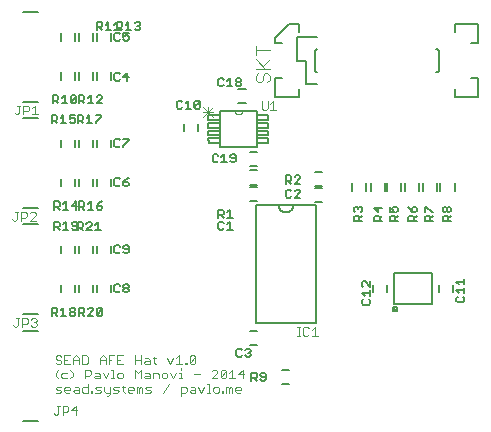
<source format=gto>
G75*
%MOIN*%
%OFA0B0*%
%FSLAX24Y24*%
%IPPOS*%
%LPD*%
%AMOC8*
5,1,8,0,0,1.08239X$1,22.5*
%
%ADD10C,0.0030*%
%ADD11C,0.0080*%
%ADD12C,0.0060*%
%ADD13C,0.0050*%
%ADD14C,0.0000*%
%ADD15C,0.0020*%
%ADD16C,0.0040*%
D10*
X002764Y000630D02*
X002813Y000582D01*
X002861Y000582D01*
X002910Y000630D01*
X002910Y000872D01*
X002958Y000872D02*
X002861Y000872D01*
X003059Y000872D02*
X003204Y000872D01*
X003253Y000824D01*
X003253Y000727D01*
X003204Y000678D01*
X003059Y000678D01*
X003059Y000582D02*
X003059Y000872D01*
X003354Y000727D02*
X003547Y000727D01*
X003499Y000582D02*
X003499Y000872D01*
X003354Y000727D01*
X003261Y001311D02*
X003164Y001311D01*
X003116Y001359D01*
X003116Y001456D01*
X003164Y001504D01*
X003261Y001504D01*
X003309Y001456D01*
X003309Y001407D01*
X003116Y001407D01*
X003015Y001359D02*
X002966Y001407D01*
X002869Y001407D01*
X002821Y001456D01*
X002869Y001504D01*
X003015Y001504D01*
X003015Y001359D02*
X002966Y001311D01*
X002821Y001311D01*
X002918Y001791D02*
X002821Y001887D01*
X002821Y001984D01*
X002918Y002081D01*
X003017Y001936D02*
X003017Y001839D01*
X003066Y001791D01*
X003211Y001791D01*
X003312Y001791D02*
X003409Y001887D01*
X003409Y001984D01*
X003312Y002081D01*
X003211Y001984D02*
X003066Y001984D01*
X003017Y001936D01*
X002966Y002271D02*
X002869Y002271D01*
X002821Y002319D01*
X002869Y002416D02*
X002966Y002416D01*
X003015Y002367D01*
X003015Y002319D01*
X002966Y002271D01*
X003116Y002271D02*
X003309Y002271D01*
X003410Y002271D02*
X003410Y002464D01*
X003507Y002561D01*
X003604Y002464D01*
X003604Y002271D01*
X003705Y002271D02*
X003705Y002561D01*
X003850Y002561D01*
X003898Y002513D01*
X003898Y002319D01*
X003850Y002271D01*
X003705Y002271D01*
X003604Y002416D02*
X003410Y002416D01*
X003309Y002561D02*
X003116Y002561D01*
X003116Y002271D01*
X003116Y002416D02*
X003212Y002416D01*
X003015Y002513D02*
X002966Y002561D01*
X002869Y002561D01*
X002821Y002513D01*
X002821Y002464D01*
X002869Y002416D01*
X003803Y002081D02*
X003803Y001791D01*
X003803Y001887D02*
X003948Y001887D01*
X003997Y001936D01*
X003997Y002033D01*
X003948Y002081D01*
X003803Y002081D01*
X004146Y001984D02*
X004243Y001984D01*
X004291Y001936D01*
X004291Y001791D01*
X004146Y001791D01*
X004098Y001839D01*
X004146Y001887D01*
X004291Y001887D01*
X004393Y001984D02*
X004489Y001791D01*
X004586Y001984D01*
X004687Y002081D02*
X004736Y002081D01*
X004736Y001791D01*
X004784Y001791D02*
X004687Y001791D01*
X004884Y001839D02*
X004932Y001791D01*
X005029Y001791D01*
X005077Y001839D01*
X005077Y001936D01*
X005029Y001984D01*
X004932Y001984D01*
X004884Y001936D01*
X004884Y001839D01*
X005079Y001553D02*
X005079Y001359D01*
X005128Y001311D01*
X005227Y001359D02*
X005227Y001456D01*
X005276Y001504D01*
X005372Y001504D01*
X005421Y001456D01*
X005421Y001407D01*
X005227Y001407D01*
X005227Y001359D02*
X005276Y001311D01*
X005372Y001311D01*
X005522Y001311D02*
X005522Y001504D01*
X005570Y001504D01*
X005619Y001456D01*
X005667Y001504D01*
X005716Y001456D01*
X005716Y001311D01*
X005619Y001311D02*
X005619Y001456D01*
X005817Y001456D02*
X005865Y001504D01*
X006010Y001504D01*
X005962Y001407D02*
X005865Y001407D01*
X005817Y001456D01*
X005817Y001311D02*
X005962Y001311D01*
X006010Y001359D01*
X005962Y001407D01*
X005961Y001791D02*
X005816Y001791D01*
X005768Y001839D01*
X005816Y001887D01*
X005961Y001887D01*
X005961Y001936D02*
X005961Y001791D01*
X006062Y001791D02*
X006062Y001984D01*
X006207Y001984D01*
X006256Y001936D01*
X006256Y001791D01*
X006357Y001839D02*
X006405Y001791D01*
X006502Y001791D01*
X006550Y001839D01*
X006550Y001936D01*
X006502Y001984D01*
X006405Y001984D01*
X006357Y001936D01*
X006357Y001839D01*
X006652Y001984D02*
X006748Y001791D01*
X006845Y001984D01*
X006946Y001984D02*
X006995Y001984D01*
X006995Y001791D01*
X007043Y001791D02*
X006946Y001791D01*
X006995Y001504D02*
X007140Y001504D01*
X007189Y001456D01*
X007189Y001359D01*
X007140Y001311D01*
X006995Y001311D01*
X006995Y001214D02*
X006995Y001504D01*
X007290Y001359D02*
X007338Y001311D01*
X007483Y001311D01*
X007483Y001456D01*
X007435Y001504D01*
X007338Y001504D01*
X007338Y001407D02*
X007483Y001407D01*
X007585Y001504D02*
X007681Y001311D01*
X007778Y001504D01*
X007879Y001601D02*
X007928Y001601D01*
X007928Y001311D01*
X007976Y001311D02*
X007879Y001311D01*
X008076Y001359D02*
X008124Y001311D01*
X008221Y001311D01*
X008269Y001359D01*
X008269Y001456D01*
X008221Y001504D01*
X008124Y001504D01*
X008076Y001456D01*
X008076Y001359D01*
X008370Y001359D02*
X008370Y001311D01*
X008419Y001311D01*
X008419Y001359D01*
X008370Y001359D01*
X008518Y001311D02*
X008518Y001504D01*
X008566Y001504D01*
X008614Y001456D01*
X008663Y001504D01*
X008711Y001456D01*
X008711Y001311D01*
X008614Y001311D02*
X008614Y001456D01*
X008812Y001456D02*
X008861Y001504D01*
X008957Y001504D01*
X009006Y001456D01*
X009006Y001407D01*
X008812Y001407D01*
X008812Y001359D02*
X008812Y001456D01*
X008812Y001359D02*
X008861Y001311D01*
X008957Y001311D01*
X009056Y001791D02*
X009056Y002081D01*
X008911Y001936D01*
X009104Y001936D01*
X008809Y001791D02*
X008616Y001791D01*
X008713Y001791D02*
X008713Y002081D01*
X008616Y001984D01*
X008515Y002033D02*
X008321Y001839D01*
X008370Y001791D01*
X008466Y001791D01*
X008515Y001839D01*
X008515Y002033D01*
X008466Y002081D01*
X008370Y002081D01*
X008321Y002033D01*
X008321Y001839D01*
X008220Y001791D02*
X008027Y001791D01*
X008220Y001984D01*
X008220Y002033D01*
X008172Y002081D01*
X008075Y002081D01*
X008027Y002033D01*
X007631Y001936D02*
X007437Y001936D01*
X007435Y002271D02*
X007338Y002271D01*
X007290Y002319D01*
X007483Y002513D01*
X007483Y002319D01*
X007435Y002271D01*
X007290Y002319D02*
X007290Y002513D01*
X007338Y002561D01*
X007435Y002561D01*
X007483Y002513D01*
X007191Y002319D02*
X007191Y002271D01*
X007143Y002271D01*
X007143Y002319D01*
X007191Y002319D01*
X007041Y002271D02*
X006848Y002271D01*
X006945Y002271D02*
X006945Y002561D01*
X006848Y002464D01*
X006747Y002464D02*
X006650Y002271D01*
X006553Y002464D01*
X006159Y002464D02*
X006062Y002464D01*
X006111Y002513D02*
X006111Y002319D01*
X006159Y002271D01*
X005961Y002271D02*
X005961Y002416D01*
X005913Y002464D01*
X005816Y002464D01*
X005816Y002367D02*
X005961Y002367D01*
X005961Y002271D02*
X005816Y002271D01*
X005768Y002319D01*
X005816Y002367D01*
X005666Y002416D02*
X005473Y002416D01*
X005473Y002271D02*
X005473Y002561D01*
X005666Y002561D02*
X005666Y002271D01*
X005666Y002081D02*
X005666Y001791D01*
X005473Y001791D02*
X005473Y002081D01*
X005570Y001984D01*
X005666Y002081D01*
X005816Y001984D02*
X005913Y001984D01*
X005961Y001936D01*
X006599Y001601D02*
X006406Y001311D01*
X007290Y001359D02*
X007338Y001407D01*
X006995Y002081D02*
X006995Y002129D01*
X005077Y002271D02*
X004884Y002271D01*
X004884Y002561D01*
X005077Y002561D01*
X004980Y002416D02*
X004884Y002416D01*
X004782Y002561D02*
X004589Y002561D01*
X004589Y002271D01*
X004488Y002271D02*
X004488Y002464D01*
X004391Y002561D01*
X004294Y002464D01*
X004294Y002271D01*
X004294Y002416D02*
X004488Y002416D01*
X004589Y002416D02*
X004686Y002416D01*
X003898Y001601D02*
X003898Y001311D01*
X003753Y001311D01*
X003705Y001359D01*
X003705Y001456D01*
X003753Y001504D01*
X003898Y001504D01*
X004000Y001359D02*
X004048Y001359D01*
X004048Y001311D01*
X004000Y001311D01*
X004000Y001359D01*
X004147Y001311D02*
X004292Y001311D01*
X004340Y001359D01*
X004292Y001407D01*
X004195Y001407D01*
X004147Y001456D01*
X004195Y001504D01*
X004340Y001504D01*
X004442Y001504D02*
X004442Y001359D01*
X004490Y001311D01*
X004635Y001311D01*
X004635Y001262D02*
X004587Y001214D01*
X004538Y001214D01*
X004635Y001262D02*
X004635Y001504D01*
X004736Y001456D02*
X004785Y001504D01*
X004930Y001504D01*
X005031Y001504D02*
X005128Y001504D01*
X004930Y001359D02*
X004881Y001311D01*
X004736Y001311D01*
X004785Y001407D02*
X004736Y001456D01*
X004785Y001407D02*
X004881Y001407D01*
X004930Y001359D01*
X003604Y001311D02*
X003459Y001311D01*
X003410Y001359D01*
X003459Y001407D01*
X003604Y001407D01*
X003604Y001456D02*
X003604Y001311D01*
X003604Y001456D02*
X003555Y001504D01*
X003459Y001504D01*
X002150Y003511D02*
X002054Y003511D01*
X002005Y003560D01*
X002102Y003656D02*
X002150Y003656D01*
X002199Y003608D01*
X002199Y003560D01*
X002150Y003511D01*
X002150Y003656D02*
X002199Y003705D01*
X002199Y003753D01*
X002150Y003802D01*
X002054Y003802D01*
X002005Y003753D01*
X001904Y003753D02*
X001904Y003656D01*
X001856Y003608D01*
X001710Y003608D01*
X001710Y003511D02*
X001710Y003802D01*
X001856Y003802D01*
X001904Y003753D01*
X001609Y003802D02*
X001513Y003802D01*
X001561Y003802D02*
X001561Y003560D01*
X001513Y003511D01*
X001464Y003511D01*
X001416Y003560D01*
X001425Y007055D02*
X001473Y007055D01*
X001522Y007103D01*
X001522Y007345D01*
X001570Y007345D02*
X001473Y007345D01*
X001376Y007103D02*
X001425Y007055D01*
X001671Y007055D02*
X001671Y007345D01*
X001816Y007345D01*
X001865Y007296D01*
X001865Y007200D01*
X001816Y007151D01*
X001671Y007151D01*
X001966Y007055D02*
X002159Y007248D01*
X002159Y007296D01*
X002111Y007345D01*
X002014Y007345D01*
X001966Y007296D01*
X001966Y007055D02*
X002159Y007055D01*
X002141Y010598D02*
X002141Y010888D01*
X002045Y010791D01*
X001943Y010743D02*
X001895Y010695D01*
X001750Y010695D01*
X001750Y010598D02*
X001750Y010888D01*
X001895Y010888D01*
X001943Y010840D01*
X001943Y010743D01*
X002045Y010598D02*
X002238Y010598D01*
X001600Y010646D02*
X001600Y010888D01*
X001552Y010888D02*
X001649Y010888D01*
X001600Y010646D02*
X001552Y010598D01*
X001504Y010598D01*
X001455Y010646D01*
X007745Y010671D02*
X008059Y010671D01*
X007745Y010671D01*
X007745Y010515D02*
X008059Y010828D01*
X007745Y010515D01*
X007902Y010515D02*
X007902Y010828D01*
X007902Y010515D01*
X008059Y010515D02*
X007745Y010828D01*
X008059Y010515D01*
X010872Y003511D02*
X010969Y003511D01*
X010921Y003511D02*
X010921Y003221D01*
X010969Y003221D02*
X010872Y003221D01*
X011069Y003269D02*
X011117Y003221D01*
X011214Y003221D01*
X011262Y003269D01*
X011363Y003221D02*
X011557Y003221D01*
X011460Y003221D02*
X011460Y003511D01*
X011363Y003414D01*
X011262Y003462D02*
X011214Y003511D01*
X011117Y003511D01*
X011069Y003462D01*
X011069Y003269D01*
D11*
X002241Y000389D02*
X001741Y000389D01*
X001741Y003389D02*
X002241Y003389D01*
X002241Y003932D02*
X001741Y003932D01*
X001741Y006932D02*
X002241Y006932D01*
X002241Y007475D02*
X001741Y007475D01*
X001741Y010475D02*
X002241Y010475D01*
X002241Y011019D02*
X001741Y011019D01*
X001741Y014019D02*
X002241Y014019D01*
X010136Y013123D02*
X010136Y012975D01*
X010372Y012975D01*
X010136Y013123D02*
X010618Y013605D01*
X010923Y013605D01*
X010923Y013330D01*
X010864Y013172D02*
X010864Y012385D01*
X011159Y012385D01*
X011159Y011597D01*
X011553Y011597D01*
X010923Y011440D02*
X010923Y011164D01*
X010136Y011164D01*
X010136Y011794D01*
X010372Y011794D01*
X011455Y012089D02*
X011455Y012680D01*
X011456Y012697D01*
X011461Y012714D01*
X011468Y012729D01*
X011478Y012743D01*
X011490Y012755D01*
X011504Y012765D01*
X011519Y012772D01*
X011536Y012777D01*
X011553Y012778D01*
X011553Y013172D02*
X010864Y013172D01*
X011455Y012089D02*
X011456Y012072D01*
X011461Y012055D01*
X011468Y012040D01*
X011478Y012026D01*
X011490Y012014D01*
X011504Y012004D01*
X011519Y011997D01*
X011536Y011992D01*
X011553Y011991D01*
X015500Y011991D02*
X015517Y011992D01*
X015534Y011997D01*
X015549Y012004D01*
X015563Y012014D01*
X015575Y012026D01*
X015585Y012040D01*
X015592Y012055D01*
X015597Y012072D01*
X015598Y012089D01*
X015598Y012680D01*
X015597Y012697D01*
X015592Y012714D01*
X015585Y012729D01*
X015575Y012743D01*
X015563Y012755D01*
X015549Y012765D01*
X015534Y012772D01*
X015517Y012777D01*
X015500Y012778D01*
X016130Y013330D02*
X016130Y013605D01*
X016917Y013605D01*
X016917Y012975D01*
X016681Y012975D01*
X016681Y011794D02*
X016917Y011794D01*
X016917Y011164D01*
X016130Y011164D01*
X016130Y011440D01*
X011506Y007561D02*
X009500Y007561D01*
X009500Y003626D01*
X011506Y003626D01*
X011506Y007561D01*
X010739Y007561D02*
X010737Y007531D01*
X010732Y007502D01*
X010722Y007474D01*
X010710Y007447D01*
X010694Y007422D01*
X010675Y007399D01*
X010653Y007379D01*
X010629Y007362D01*
X010603Y007347D01*
X010576Y007337D01*
X010547Y007329D01*
X010518Y007325D01*
X010488Y007325D01*
X010459Y007329D01*
X010430Y007337D01*
X010403Y007347D01*
X010377Y007362D01*
X010353Y007379D01*
X010331Y007399D01*
X010312Y007422D01*
X010296Y007447D01*
X010284Y007474D01*
X010274Y007502D01*
X010269Y007531D01*
X010267Y007561D01*
D12*
X009550Y007700D02*
X009314Y007700D01*
X009314Y008172D02*
X009550Y008172D01*
X009550Y008251D02*
X009314Y008251D01*
X009314Y008723D02*
X009550Y008723D01*
X009550Y008881D02*
X009314Y008881D01*
X009314Y009353D02*
X009550Y009353D01*
X009530Y009491D02*
X009530Y010711D01*
X009040Y010711D01*
X008800Y010711D01*
X008310Y010711D01*
X008310Y009491D01*
X009530Y009491D01*
X009530Y009641D02*
X009920Y009641D01*
X009920Y009801D01*
X009530Y009801D01*
X009530Y009641D01*
X009530Y009891D02*
X009920Y009891D01*
X009920Y010051D01*
X009530Y010051D01*
X009530Y009891D01*
X009530Y010151D02*
X009920Y010151D01*
X009920Y010311D01*
X009530Y010311D01*
X009530Y010151D01*
X009530Y010401D02*
X009920Y010401D01*
X009920Y010561D01*
X009530Y010561D01*
X009530Y010401D01*
X009156Y010967D02*
X008920Y010967D01*
X008920Y011440D02*
X009156Y011440D01*
X008310Y010561D02*
X007920Y010561D01*
X007920Y010401D01*
X008310Y010401D01*
X008310Y010561D01*
X008310Y010311D02*
X007920Y010311D01*
X007920Y010151D01*
X008310Y010151D01*
X008310Y010311D01*
X008310Y010051D02*
X007920Y010051D01*
X007920Y009891D01*
X008310Y009891D01*
X008310Y010051D01*
X008310Y009801D02*
X007920Y009801D01*
X007930Y009641D01*
X008310Y009641D01*
X008310Y009801D01*
X007582Y010023D02*
X007582Y010259D01*
X007109Y010259D02*
X007109Y010023D01*
X004668Y009747D02*
X004668Y009511D01*
X004196Y009511D02*
X004196Y009747D01*
X004078Y009747D02*
X004078Y009511D01*
X003605Y009511D02*
X003605Y009747D01*
X003487Y009747D02*
X003487Y009511D01*
X003015Y009511D02*
X003015Y009747D01*
X003015Y008448D02*
X003015Y008211D01*
X003487Y008211D02*
X003487Y008448D01*
X003605Y008448D02*
X003605Y008211D01*
X004078Y008211D02*
X004078Y008448D01*
X004196Y008448D02*
X004196Y008211D01*
X004668Y008211D02*
X004668Y008448D01*
X004668Y006204D02*
X004668Y005967D01*
X004196Y005967D02*
X004196Y006204D01*
X004078Y006204D02*
X004078Y005967D01*
X003605Y005967D02*
X003605Y006204D01*
X003487Y006204D02*
X003487Y005967D01*
X003015Y005967D02*
X003015Y006204D01*
X003015Y004904D02*
X003015Y004668D01*
X003487Y004668D02*
X003487Y004904D01*
X003605Y004904D02*
X003605Y004668D01*
X004078Y004668D02*
X004078Y004904D01*
X004196Y004904D02*
X004196Y004668D01*
X004668Y004668D02*
X004668Y004904D01*
X009314Y003369D02*
X009550Y003369D01*
X009550Y002897D02*
X009314Y002897D01*
X010377Y002070D02*
X010613Y002070D01*
X010613Y001597D02*
X010377Y001597D01*
X013405Y004685D02*
X013405Y004921D01*
X013877Y004921D02*
X013877Y004685D01*
X015613Y004662D02*
X015613Y004898D01*
X016085Y004898D02*
X016085Y004662D01*
X016125Y008054D02*
X016125Y008290D01*
X015652Y008290D02*
X015652Y008054D01*
X015534Y008054D02*
X015534Y008290D01*
X015062Y008290D02*
X015062Y008054D01*
X014944Y008054D02*
X014944Y008290D01*
X014471Y008290D02*
X014471Y008054D01*
X014353Y008054D02*
X014353Y008290D01*
X013881Y008290D02*
X013881Y008054D01*
X013802Y008054D02*
X013802Y008290D01*
X013330Y008290D02*
X013330Y008054D01*
X013172Y008054D02*
X013172Y008290D01*
X012700Y008290D02*
X012700Y008054D01*
X011715Y008133D02*
X011479Y008133D01*
X011479Y008211D02*
X011715Y008211D01*
X011715Y008684D02*
X011479Y008684D01*
X011479Y007660D02*
X011715Y007660D01*
X004668Y011755D02*
X004668Y011991D01*
X004196Y011991D02*
X004196Y011755D01*
X004078Y011755D02*
X004078Y011991D01*
X003605Y011991D02*
X003605Y011755D01*
X003487Y011755D02*
X003487Y011991D01*
X003015Y011991D02*
X003015Y011755D01*
X003015Y013054D02*
X003015Y013290D01*
X003487Y013290D02*
X003487Y013054D01*
X003605Y013054D02*
X003605Y013290D01*
X004078Y013290D02*
X004078Y013054D01*
X004196Y013054D02*
X004196Y013290D01*
X004668Y013290D02*
X004668Y013054D01*
D13*
X004787Y013095D02*
X004832Y013050D01*
X004922Y013050D01*
X004967Y013095D01*
X005082Y013095D02*
X005127Y013050D01*
X005217Y013050D01*
X005262Y013095D01*
X005262Y013185D01*
X005217Y013230D01*
X005172Y013230D01*
X005082Y013185D01*
X005082Y013320D01*
X005262Y013320D01*
X005252Y013398D02*
X005252Y013668D01*
X005162Y013578D01*
X005047Y013623D02*
X005047Y013533D01*
X005002Y013488D01*
X004867Y013488D01*
X004876Y013404D02*
X004876Y013674D01*
X004786Y013584D01*
X004867Y013668D02*
X005002Y013668D01*
X005047Y013623D01*
X004957Y013488D02*
X005047Y013398D01*
X004966Y013404D02*
X004786Y013404D01*
X004867Y013398D02*
X004867Y013668D01*
X004581Y013674D02*
X004581Y013404D01*
X004491Y013404D02*
X004671Y013404D01*
X004787Y013275D02*
X004787Y013095D01*
X004787Y013275D02*
X004832Y013320D01*
X004922Y013320D01*
X004967Y013275D01*
X005162Y013398D02*
X005342Y013398D01*
X005457Y013443D02*
X005502Y013398D01*
X005592Y013398D01*
X005637Y013443D01*
X005637Y013488D01*
X005592Y013533D01*
X005547Y013533D01*
X005592Y013533D02*
X005637Y013578D01*
X005637Y013623D01*
X005592Y013668D01*
X005502Y013668D01*
X005457Y013623D01*
X004581Y013674D02*
X004491Y013584D01*
X004376Y013539D02*
X004331Y013494D01*
X004196Y013494D01*
X004196Y013404D02*
X004196Y013674D01*
X004331Y013674D01*
X004376Y013629D01*
X004376Y013539D01*
X004286Y013494D02*
X004376Y013404D01*
X004832Y011981D02*
X004787Y011936D01*
X004787Y011756D01*
X004832Y011711D01*
X004922Y011711D01*
X004967Y011756D01*
X005082Y011846D02*
X005262Y011846D01*
X005217Y011711D02*
X005217Y011981D01*
X005082Y011846D01*
X004967Y011936D02*
X004922Y011981D01*
X004832Y011981D01*
X004330Y011233D02*
X004240Y011233D01*
X004195Y011188D01*
X004330Y011233D02*
X004375Y011188D01*
X004375Y011143D01*
X004195Y010963D01*
X004375Y010963D01*
X004081Y010963D02*
X003900Y010963D01*
X003991Y010963D02*
X003991Y011233D01*
X003900Y011143D01*
X003786Y011188D02*
X003786Y011098D01*
X003741Y011053D01*
X003606Y011053D01*
X003696Y011053D02*
X003786Y010963D01*
X003606Y010963D02*
X003606Y011233D01*
X003741Y011233D01*
X003786Y011188D01*
X003509Y011188D02*
X003329Y011008D01*
X003374Y010963D01*
X003464Y010963D01*
X003509Y011008D01*
X003509Y011188D01*
X003464Y011233D01*
X003374Y011233D01*
X003329Y011188D01*
X003329Y011008D01*
X003214Y010963D02*
X003034Y010963D01*
X003124Y010963D02*
X003124Y011233D01*
X003034Y011143D01*
X002920Y011188D02*
X002920Y011098D01*
X002875Y011053D01*
X002740Y011053D01*
X002830Y011053D02*
X002920Y010963D01*
X002740Y010963D02*
X002740Y011233D01*
X002875Y011233D01*
X002920Y011188D01*
X002835Y010564D02*
X002700Y010564D01*
X002700Y010294D01*
X002700Y010384D02*
X002835Y010384D01*
X002880Y010429D01*
X002880Y010519D01*
X002835Y010564D01*
X002995Y010474D02*
X003085Y010564D01*
X003085Y010294D01*
X002995Y010294D02*
X003175Y010294D01*
X003290Y010339D02*
X003335Y010294D01*
X003425Y010294D01*
X003470Y010339D01*
X003470Y010429D01*
X003425Y010474D01*
X003380Y010474D01*
X003290Y010429D01*
X003290Y010564D01*
X003470Y010564D01*
X003566Y010564D02*
X003566Y010294D01*
X003566Y010384D02*
X003702Y010384D01*
X003747Y010429D01*
X003747Y010519D01*
X003702Y010564D01*
X003566Y010564D01*
X003656Y010384D02*
X003747Y010294D01*
X003861Y010294D02*
X004041Y010294D01*
X003951Y010294D02*
X003951Y010564D01*
X003861Y010474D01*
X004156Y010564D02*
X004336Y010564D01*
X004336Y010519D01*
X004156Y010339D01*
X004156Y010294D01*
X004787Y009732D02*
X004787Y009551D01*
X004832Y009506D01*
X004922Y009506D01*
X004967Y009551D01*
X005082Y009551D02*
X005082Y009506D01*
X005082Y009551D02*
X005262Y009732D01*
X005262Y009777D01*
X005082Y009777D01*
X004967Y009732D02*
X004922Y009777D01*
X004832Y009777D01*
X004787Y009732D01*
X004832Y008477D02*
X004787Y008432D01*
X004787Y008252D01*
X004832Y008207D01*
X004922Y008207D01*
X004967Y008252D01*
X005082Y008252D02*
X005082Y008342D01*
X005217Y008342D01*
X005262Y008297D01*
X005262Y008252D01*
X005217Y008207D01*
X005127Y008207D01*
X005082Y008252D01*
X005082Y008342D02*
X005172Y008432D01*
X005262Y008477D01*
X004967Y008432D02*
X004922Y008477D01*
X004832Y008477D01*
X004375Y007690D02*
X004285Y007645D01*
X004195Y007555D01*
X004330Y007555D01*
X004375Y007510D01*
X004375Y007465D01*
X004330Y007420D01*
X004240Y007420D01*
X004195Y007465D01*
X004195Y007555D01*
X004081Y007420D02*
X003900Y007420D01*
X003991Y007420D02*
X003991Y007690D01*
X003900Y007600D01*
X003786Y007645D02*
X003786Y007555D01*
X003741Y007510D01*
X003606Y007510D01*
X003548Y007555D02*
X003368Y007555D01*
X003503Y007690D01*
X003503Y007420D01*
X003606Y007420D02*
X003606Y007690D01*
X003741Y007690D01*
X003786Y007645D01*
X003696Y007510D02*
X003786Y007420D01*
X003693Y006996D02*
X003558Y006996D01*
X003558Y006725D01*
X003503Y006750D02*
X003548Y006796D01*
X003548Y006976D01*
X003503Y007021D01*
X003413Y007021D01*
X003368Y006976D01*
X003368Y006931D01*
X003413Y006886D01*
X003548Y006886D01*
X003558Y006815D02*
X003693Y006815D01*
X003738Y006860D01*
X003738Y006951D01*
X003693Y006996D01*
X003853Y006951D02*
X003898Y006996D01*
X003988Y006996D01*
X004033Y006951D01*
X004033Y006906D01*
X003853Y006725D01*
X004033Y006725D01*
X004147Y006725D02*
X004328Y006725D01*
X004237Y006725D02*
X004237Y006996D01*
X004147Y006906D01*
X003738Y006725D02*
X003648Y006815D01*
X003503Y006750D02*
X003413Y006750D01*
X003368Y006796D01*
X003254Y006750D02*
X003074Y006750D01*
X003164Y006750D02*
X003164Y007021D01*
X003074Y006931D01*
X002959Y006976D02*
X002959Y006886D01*
X002914Y006841D01*
X002779Y006841D01*
X002869Y006841D02*
X002959Y006750D01*
X002779Y006750D02*
X002779Y007021D01*
X002914Y007021D01*
X002959Y006976D01*
X002959Y007420D02*
X002869Y007510D01*
X002914Y007510D02*
X002779Y007510D01*
X002779Y007420D02*
X002779Y007690D01*
X002914Y007690D01*
X002959Y007645D01*
X002959Y007555D01*
X002914Y007510D01*
X003074Y007600D02*
X003164Y007690D01*
X003164Y007420D01*
X003074Y007420D02*
X003254Y007420D01*
X004787Y006188D02*
X004787Y006008D01*
X004832Y005963D01*
X004922Y005963D01*
X004967Y006008D01*
X005082Y006008D02*
X005127Y005963D01*
X005217Y005963D01*
X005262Y006008D01*
X005262Y006188D01*
X005217Y006233D01*
X005127Y006233D01*
X005082Y006188D01*
X005082Y006143D01*
X005127Y006098D01*
X005262Y006098D01*
X004967Y006188D02*
X004922Y006233D01*
X004832Y006233D01*
X004787Y006188D01*
X004832Y004934D02*
X004787Y004889D01*
X004787Y004709D01*
X004832Y004664D01*
X004922Y004664D01*
X004967Y004709D01*
X005082Y004709D02*
X005127Y004664D01*
X005217Y004664D01*
X005262Y004709D01*
X005262Y004754D01*
X005217Y004799D01*
X005127Y004799D01*
X005082Y004844D01*
X005082Y004889D01*
X005127Y004934D01*
X005217Y004934D01*
X005262Y004889D01*
X005262Y004844D01*
X005217Y004799D01*
X005127Y004799D02*
X005082Y004754D01*
X005082Y004709D01*
X004967Y004889D02*
X004922Y004934D01*
X004832Y004934D01*
X004330Y004147D02*
X004375Y004102D01*
X004195Y003921D01*
X004240Y003876D01*
X004330Y003876D01*
X004375Y003921D01*
X004375Y004102D01*
X004330Y004147D02*
X004240Y004147D01*
X004195Y004102D01*
X004195Y003921D01*
X004081Y003876D02*
X003900Y003876D01*
X004081Y004057D01*
X004081Y004102D01*
X004036Y004147D01*
X003945Y004147D01*
X003900Y004102D01*
X003786Y004102D02*
X003786Y004012D01*
X003741Y003967D01*
X003606Y003967D01*
X003696Y003967D02*
X003786Y003876D01*
X003606Y003876D02*
X003606Y004147D01*
X003741Y004147D01*
X003786Y004102D01*
X003470Y004102D02*
X003470Y004057D01*
X003425Y004012D01*
X003335Y004012D01*
X003290Y004057D01*
X003290Y004102D01*
X003335Y004147D01*
X003425Y004147D01*
X003470Y004102D01*
X003425Y004012D02*
X003470Y003967D01*
X003470Y003921D01*
X003425Y003876D01*
X003335Y003876D01*
X003290Y003921D01*
X003290Y003967D01*
X003335Y004012D01*
X003175Y003876D02*
X002995Y003876D01*
X003085Y003876D02*
X003085Y004147D01*
X002995Y004057D01*
X002880Y004102D02*
X002880Y004012D01*
X002835Y003967D01*
X002700Y003967D01*
X002790Y003967D02*
X002880Y003876D01*
X002700Y003876D02*
X002700Y004147D01*
X002835Y004147D01*
X002880Y004102D01*
X008251Y006796D02*
X008296Y006750D01*
X008387Y006750D01*
X008432Y006796D01*
X008546Y006750D02*
X008726Y006750D01*
X008636Y006750D02*
X008636Y007021D01*
X008546Y006931D01*
X008432Y006976D02*
X008387Y007021D01*
X008296Y007021D01*
X008251Y006976D01*
X008251Y006796D01*
X008251Y007144D02*
X008251Y007414D01*
X008387Y007414D01*
X008432Y007369D01*
X008432Y007279D01*
X008387Y007234D01*
X008251Y007234D01*
X008342Y007234D02*
X008432Y007144D01*
X008546Y007144D02*
X008726Y007144D01*
X008636Y007144D02*
X008636Y007414D01*
X008546Y007324D01*
X010496Y007859D02*
X010541Y007813D01*
X010631Y007813D01*
X010676Y007859D01*
X010790Y007813D02*
X010970Y007994D01*
X010970Y008039D01*
X010925Y008084D01*
X010835Y008084D01*
X010790Y008039D01*
X010676Y008039D02*
X010631Y008084D01*
X010541Y008084D01*
X010496Y008039D01*
X010496Y007859D01*
X010790Y007813D02*
X010970Y007813D01*
X010970Y008286D02*
X010790Y008286D01*
X010970Y008466D01*
X010970Y008511D01*
X010925Y008556D01*
X010835Y008556D01*
X010790Y008511D01*
X010676Y008511D02*
X010676Y008421D01*
X010631Y008376D01*
X010496Y008376D01*
X010586Y008376D02*
X010676Y008286D01*
X010496Y008286D02*
X010496Y008556D01*
X010631Y008556D01*
X010676Y008511D01*
X008824Y009040D02*
X008824Y009220D01*
X008779Y009265D01*
X008689Y009265D01*
X008644Y009220D01*
X008644Y009175D01*
X008689Y009130D01*
X008824Y009130D01*
X008824Y009040D02*
X008779Y008995D01*
X008689Y008995D01*
X008644Y009040D01*
X008529Y008995D02*
X008349Y008995D01*
X008439Y008995D02*
X008439Y009265D01*
X008349Y009175D01*
X008235Y009220D02*
X008190Y009265D01*
X008100Y009265D01*
X008055Y009220D01*
X008055Y009040D01*
X008100Y008995D01*
X008190Y008995D01*
X008235Y009040D01*
X007590Y010780D02*
X007499Y010780D01*
X007454Y010826D01*
X007635Y011006D01*
X007635Y010826D01*
X007590Y010780D01*
X007454Y010826D02*
X007454Y011006D01*
X007499Y011051D01*
X007590Y011051D01*
X007635Y011006D01*
X007340Y010780D02*
X007160Y010780D01*
X007250Y010780D02*
X007250Y011051D01*
X007160Y010961D01*
X007045Y011006D02*
X007000Y011051D01*
X006910Y011051D01*
X006865Y011006D01*
X006865Y010826D01*
X006910Y010780D01*
X007000Y010780D01*
X007045Y010826D01*
X008243Y011574D02*
X008243Y011754D01*
X008288Y011799D01*
X008378Y011799D01*
X008423Y011754D01*
X008538Y011709D02*
X008628Y011799D01*
X008628Y011529D01*
X008538Y011529D02*
X008718Y011529D01*
X008832Y011574D02*
X008832Y011619D01*
X008877Y011664D01*
X008968Y011664D01*
X009013Y011619D01*
X009013Y011574D01*
X008968Y011529D01*
X008877Y011529D01*
X008832Y011574D01*
X008877Y011664D02*
X008832Y011709D01*
X008832Y011754D01*
X008877Y011799D01*
X008968Y011799D01*
X009013Y011754D01*
X009013Y011709D01*
X008968Y011664D01*
X008423Y011574D02*
X008378Y011529D01*
X008288Y011529D01*
X008243Y011574D01*
X012774Y007471D02*
X012819Y007516D01*
X012864Y007516D01*
X012909Y007471D01*
X012954Y007516D01*
X012999Y007516D01*
X013044Y007471D01*
X013044Y007381D01*
X012999Y007336D01*
X013044Y007222D02*
X012954Y007132D01*
X012954Y007177D02*
X012954Y007042D01*
X013044Y007042D02*
X012774Y007042D01*
X012774Y007177D01*
X012819Y007222D01*
X012909Y007222D01*
X012954Y007177D01*
X012819Y007336D02*
X012774Y007381D01*
X012774Y007471D01*
X012909Y007471D02*
X012909Y007426D01*
X013443Y007471D02*
X013578Y007336D01*
X013578Y007516D01*
X013713Y007471D02*
X013443Y007471D01*
X013488Y007222D02*
X013443Y007177D01*
X013443Y007042D01*
X013713Y007042D01*
X013623Y007042D02*
X013623Y007177D01*
X013578Y007222D01*
X013488Y007222D01*
X013623Y007132D02*
X013713Y007222D01*
X013955Y007177D02*
X013955Y007042D01*
X014225Y007042D01*
X014135Y007042D02*
X014135Y007177D01*
X014090Y007222D01*
X014000Y007222D01*
X013955Y007177D01*
X013955Y007336D02*
X014090Y007336D01*
X014045Y007426D01*
X014045Y007471D01*
X014090Y007516D01*
X014180Y007516D01*
X014225Y007471D01*
X014225Y007381D01*
X014180Y007336D01*
X014225Y007222D02*
X014135Y007132D01*
X013955Y007336D02*
X013955Y007516D01*
X014585Y007516D02*
X014630Y007426D01*
X014720Y007336D01*
X014720Y007471D01*
X014765Y007516D01*
X014810Y007516D01*
X014855Y007471D01*
X014855Y007381D01*
X014810Y007336D01*
X014720Y007336D01*
X014720Y007222D02*
X014765Y007177D01*
X014765Y007042D01*
X014765Y007132D02*
X014855Y007222D01*
X014720Y007222D02*
X014630Y007222D01*
X014585Y007177D01*
X014585Y007042D01*
X014855Y007042D01*
X015136Y007042D02*
X015136Y007177D01*
X015181Y007222D01*
X015271Y007222D01*
X015316Y007177D01*
X015316Y007042D01*
X015316Y007132D02*
X015406Y007222D01*
X015406Y007336D02*
X015361Y007336D01*
X015181Y007516D01*
X015136Y007516D01*
X015136Y007336D01*
X015136Y007042D02*
X015406Y007042D01*
X015727Y007042D02*
X015727Y007177D01*
X015772Y007222D01*
X015862Y007222D01*
X015907Y007177D01*
X015907Y007042D01*
X015907Y007132D02*
X015997Y007222D01*
X015952Y007336D02*
X015907Y007336D01*
X015862Y007381D01*
X015862Y007471D01*
X015907Y007516D01*
X015952Y007516D01*
X015997Y007471D01*
X015997Y007381D01*
X015952Y007336D01*
X015862Y007381D02*
X015817Y007336D01*
X015772Y007336D01*
X015727Y007381D01*
X015727Y007471D01*
X015772Y007516D01*
X015817Y007516D01*
X015862Y007471D01*
X015997Y007042D02*
X015727Y007042D01*
X015375Y005303D02*
X014115Y005303D01*
X014115Y004280D01*
X015375Y004280D01*
X015375Y005303D01*
X016179Y005020D02*
X016449Y005020D01*
X016449Y004930D02*
X016449Y005111D01*
X016269Y004930D02*
X016179Y005020D01*
X016179Y004726D02*
X016449Y004726D01*
X016449Y004636D02*
X016449Y004816D01*
X016269Y004636D02*
X016179Y004726D01*
X016224Y004521D02*
X016179Y004476D01*
X016179Y004386D01*
X016224Y004341D01*
X016404Y004341D01*
X016449Y004386D01*
X016449Y004476D01*
X016404Y004521D01*
X014194Y004162D02*
X014194Y004043D01*
X014155Y004043D01*
X014155Y004122D01*
X014194Y004162D02*
X014115Y004162D01*
X014115Y004043D01*
X014155Y004043D01*
X014115Y004043D02*
X014076Y004043D01*
X014076Y004162D01*
X014115Y004162D01*
X013301Y004299D02*
X013301Y004389D01*
X013256Y004434D01*
X013301Y004549D02*
X013301Y004729D01*
X013301Y004639D02*
X013031Y004639D01*
X013121Y004549D01*
X013076Y004434D02*
X013031Y004389D01*
X013031Y004299D01*
X013076Y004254D01*
X013256Y004254D01*
X013301Y004299D01*
X013301Y004843D02*
X013121Y005024D01*
X013076Y005024D01*
X013031Y004978D01*
X013031Y004888D01*
X013076Y004843D01*
X013301Y004843D02*
X013301Y005024D01*
X009829Y001936D02*
X009784Y001981D01*
X009694Y001981D01*
X009648Y001936D01*
X009648Y001891D01*
X009694Y001846D01*
X009829Y001846D01*
X009829Y001756D02*
X009829Y001936D01*
X009829Y001756D02*
X009784Y001711D01*
X009694Y001711D01*
X009648Y001756D01*
X009534Y001711D02*
X009444Y001801D01*
X009489Y001801D02*
X009354Y001801D01*
X009354Y001711D02*
X009354Y001981D01*
X009489Y001981D01*
X009534Y001936D01*
X009534Y001846D01*
X009489Y001801D01*
X009282Y002513D02*
X009192Y002513D01*
X009147Y002558D01*
X009033Y002558D02*
X008988Y002513D01*
X008898Y002513D01*
X008853Y002558D01*
X008853Y002738D01*
X008898Y002783D01*
X008988Y002783D01*
X009033Y002738D01*
X009147Y002738D02*
X009192Y002783D01*
X009282Y002783D01*
X009328Y002738D01*
X009328Y002693D01*
X009282Y002648D01*
X009328Y002603D01*
X009328Y002558D01*
X009282Y002513D01*
X009282Y002648D02*
X009237Y002648D01*
X002880Y010294D02*
X002790Y010384D01*
D14*
X007920Y010401D02*
X008310Y010401D01*
X008310Y010561D01*
X007920Y010561D01*
X007920Y010401D01*
X007920Y010311D02*
X007920Y010151D01*
X008310Y010151D01*
X008310Y010311D01*
X007920Y010311D01*
X007920Y010051D02*
X007920Y009891D01*
X008310Y009891D01*
X008310Y010051D01*
X007920Y010051D01*
X007920Y009801D02*
X007930Y009641D01*
X008310Y009641D01*
X008310Y009801D01*
X007920Y009801D01*
X008310Y009491D02*
X009530Y009491D01*
X009530Y010711D01*
X009040Y010711D01*
X008800Y010711D01*
X008310Y010711D01*
X008310Y009491D01*
X009530Y009641D02*
X009920Y009641D01*
X009920Y009801D01*
X009530Y009801D01*
X009530Y009641D01*
X009530Y009891D02*
X009920Y009891D01*
X009920Y010051D01*
X009530Y010051D01*
X009530Y009891D01*
X009530Y010151D02*
X009920Y010151D01*
X009920Y010311D01*
X009530Y010311D01*
X009530Y010151D01*
X009530Y010401D02*
X009920Y010401D01*
X009920Y010561D01*
X009530Y010561D01*
X009530Y010401D01*
X009040Y010711D02*
X009038Y010690D01*
X009033Y010670D01*
X009024Y010651D01*
X009012Y010634D01*
X008997Y010619D01*
X008980Y010607D01*
X008961Y010598D01*
X008941Y010593D01*
X008920Y010591D01*
X008899Y010593D01*
X008879Y010598D01*
X008860Y010607D01*
X008843Y010619D01*
X008828Y010634D01*
X008816Y010651D01*
X008807Y010670D01*
X008802Y010690D01*
X008800Y010711D01*
X008802Y010690D01*
X008807Y010670D01*
X008816Y010651D01*
X008828Y010634D01*
X008843Y010619D01*
X008860Y010607D01*
X008879Y010598D01*
X008899Y010593D01*
X008920Y010591D01*
X008941Y010593D01*
X008961Y010598D01*
X008980Y010607D01*
X008997Y010619D01*
X009012Y010634D01*
X009024Y010651D01*
X009033Y010670D01*
X009038Y010690D01*
X009040Y010711D01*
D15*
X009690Y010793D02*
X009690Y011043D01*
X009890Y011043D02*
X009890Y010793D01*
X009840Y010743D01*
X009740Y010743D01*
X009690Y010793D01*
X009985Y010743D02*
X010185Y010743D01*
X010085Y010743D02*
X010085Y011043D01*
X009985Y010943D01*
D16*
X009886Y011657D02*
X009963Y011733D01*
X009963Y011887D01*
X009886Y011964D01*
X009810Y011964D01*
X009733Y011887D01*
X009733Y011733D01*
X009656Y011657D01*
X009579Y011657D01*
X009503Y011733D01*
X009503Y011887D01*
X009579Y011964D01*
X009503Y012117D02*
X009963Y012117D01*
X009810Y012117D02*
X009503Y012424D01*
X009503Y012577D02*
X009503Y012884D01*
X009503Y012731D02*
X009963Y012731D01*
X009963Y012424D02*
X009733Y012194D01*
M02*

</source>
